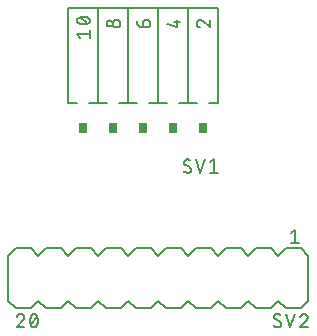
<source format=gbr>
G04 EAGLE Gerber RS-274X export*
G75*
%MOMM*%
%FSLAX34Y34*%
%LPD*%
%INSilkscreen Top*%
%IPPOS*%
%AMOC8*
5,1,8,0,0,1.08239X$1,22.5*%
G01*
%ADD10C,0.152400*%
%ADD11C,0.127000*%
%ADD12R,0.660400X0.812800*%


D10*
X203200Y224790D02*
X195580Y224790D01*
X185420Y224790D02*
X177800Y224790D01*
X177800Y304800D01*
X177800Y224790D02*
X170180Y224790D01*
X160020Y224790D02*
X152400Y224790D01*
X152400Y304800D01*
X177800Y304800D01*
X203200Y304800D02*
X203200Y224790D01*
X203200Y304800D02*
X177800Y304800D01*
X152400Y224790D02*
X144780Y224790D01*
X134620Y224790D02*
X127000Y224790D01*
X127000Y304800D02*
X152400Y304800D01*
X101600Y304800D02*
X101600Y224790D01*
X93980Y224790D01*
X83820Y224790D02*
X76200Y224790D01*
X76200Y304800D02*
X101600Y304800D01*
X127000Y304800D02*
X127000Y224790D01*
X109220Y224790D02*
X101600Y224790D01*
X119380Y224790D02*
X127000Y224790D01*
X127000Y304800D02*
X101600Y304800D01*
X76200Y304800D02*
X76200Y224790D01*
D11*
X85725Y280035D02*
X83185Y283210D01*
X94615Y283210D01*
X94615Y280035D02*
X94615Y286385D01*
X88900Y291465D02*
X88675Y291468D01*
X88450Y291476D01*
X88226Y291489D01*
X88002Y291508D01*
X87778Y291532D01*
X87555Y291561D01*
X87333Y291596D01*
X87112Y291636D01*
X86892Y291682D01*
X86673Y291732D01*
X86455Y291788D01*
X86238Y291849D01*
X86023Y291915D01*
X85810Y291986D01*
X85599Y292063D01*
X85389Y292144D01*
X85181Y292230D01*
X84976Y292321D01*
X84773Y292417D01*
X84685Y292449D01*
X84598Y292485D01*
X84512Y292524D01*
X84428Y292567D01*
X84346Y292613D01*
X84266Y292662D01*
X84188Y292714D01*
X84112Y292770D01*
X84038Y292828D01*
X83967Y292890D01*
X83898Y292954D01*
X83832Y293021D01*
X83769Y293090D01*
X83708Y293162D01*
X83650Y293236D01*
X83596Y293313D01*
X83544Y293391D01*
X83496Y293472D01*
X83451Y293554D01*
X83409Y293639D01*
X83371Y293725D01*
X83336Y293812D01*
X83304Y293900D01*
X83277Y293990D01*
X83252Y294081D01*
X83232Y294173D01*
X83215Y294265D01*
X83202Y294359D01*
X83193Y294452D01*
X83187Y294546D01*
X83185Y294640D01*
X83187Y294734D01*
X83193Y294828D01*
X83202Y294921D01*
X83215Y295015D01*
X83232Y295107D01*
X83252Y295199D01*
X83277Y295290D01*
X83304Y295380D01*
X83336Y295468D01*
X83371Y295555D01*
X83409Y295641D01*
X83451Y295726D01*
X83496Y295808D01*
X83544Y295889D01*
X83596Y295967D01*
X83650Y296044D01*
X83708Y296118D01*
X83769Y296190D01*
X83832Y296259D01*
X83898Y296326D01*
X83967Y296390D01*
X84038Y296452D01*
X84112Y296510D01*
X84188Y296566D01*
X84266Y296618D01*
X84346Y296667D01*
X84428Y296713D01*
X84512Y296756D01*
X84598Y296795D01*
X84685Y296831D01*
X84773Y296863D01*
X84976Y296959D01*
X85181Y297050D01*
X85389Y297136D01*
X85599Y297217D01*
X85810Y297294D01*
X86023Y297365D01*
X86238Y297431D01*
X86455Y297492D01*
X86673Y297548D01*
X86892Y297598D01*
X87112Y297644D01*
X87333Y297684D01*
X87555Y297719D01*
X87778Y297748D01*
X88002Y297772D01*
X88226Y297791D01*
X88450Y297804D01*
X88675Y297812D01*
X88900Y297815D01*
X88900Y291465D02*
X89125Y291468D01*
X89350Y291476D01*
X89574Y291489D01*
X89798Y291508D01*
X90022Y291532D01*
X90245Y291561D01*
X90467Y291596D01*
X90688Y291636D01*
X90908Y291682D01*
X91127Y291732D01*
X91345Y291788D01*
X91562Y291849D01*
X91777Y291915D01*
X91990Y291986D01*
X92201Y292063D01*
X92411Y292144D01*
X92619Y292230D01*
X92824Y292321D01*
X93027Y292417D01*
X93028Y292417D02*
X93116Y292449D01*
X93203Y292485D01*
X93289Y292524D01*
X93373Y292567D01*
X93455Y292613D01*
X93535Y292662D01*
X93613Y292714D01*
X93689Y292770D01*
X93763Y292828D01*
X93834Y292890D01*
X93903Y292954D01*
X93969Y293021D01*
X94032Y293090D01*
X94093Y293162D01*
X94151Y293236D01*
X94205Y293313D01*
X94257Y293391D01*
X94305Y293472D01*
X94350Y293554D01*
X94392Y293639D01*
X94430Y293725D01*
X94465Y293812D01*
X94497Y293900D01*
X94524Y293990D01*
X94549Y294081D01*
X94569Y294173D01*
X94586Y294265D01*
X94599Y294359D01*
X94608Y294452D01*
X94614Y294546D01*
X94616Y294640D01*
X93027Y296863D02*
X92824Y296959D01*
X92619Y297050D01*
X92411Y297136D01*
X92201Y297217D01*
X91990Y297294D01*
X91777Y297365D01*
X91562Y297431D01*
X91345Y297492D01*
X91127Y297548D01*
X90908Y297598D01*
X90688Y297644D01*
X90467Y297684D01*
X90245Y297719D01*
X90022Y297748D01*
X89798Y297772D01*
X89574Y297791D01*
X89350Y297804D01*
X89125Y297812D01*
X88900Y297815D01*
X93028Y296863D02*
X93116Y296831D01*
X93203Y296795D01*
X93289Y296756D01*
X93373Y296713D01*
X93455Y296667D01*
X93535Y296618D01*
X93613Y296566D01*
X93689Y296510D01*
X93763Y296452D01*
X93834Y296390D01*
X93903Y296326D01*
X93969Y296259D01*
X94032Y296190D01*
X94093Y296118D01*
X94151Y296044D01*
X94205Y295967D01*
X94257Y295889D01*
X94305Y295808D01*
X94350Y295726D01*
X94392Y295641D01*
X94430Y295555D01*
X94465Y295468D01*
X94497Y295380D01*
X94524Y295290D01*
X94549Y295199D01*
X94569Y295107D01*
X94586Y295015D01*
X94599Y294921D01*
X94608Y294828D01*
X94614Y294734D01*
X94616Y294640D01*
X92075Y292100D02*
X85725Y297180D01*
X116840Y295275D02*
X116729Y295273D01*
X116619Y295267D01*
X116508Y295258D01*
X116398Y295244D01*
X116289Y295227D01*
X116180Y295206D01*
X116072Y295181D01*
X115965Y295152D01*
X115859Y295120D01*
X115754Y295084D01*
X115651Y295044D01*
X115549Y295001D01*
X115448Y294954D01*
X115349Y294903D01*
X115253Y294850D01*
X115158Y294793D01*
X115065Y294732D01*
X114974Y294669D01*
X114885Y294602D01*
X114799Y294532D01*
X114716Y294459D01*
X114634Y294384D01*
X114556Y294306D01*
X114481Y294224D01*
X114408Y294141D01*
X114338Y294055D01*
X114271Y293966D01*
X114208Y293875D01*
X114147Y293782D01*
X114090Y293688D01*
X114037Y293591D01*
X113986Y293492D01*
X113939Y293391D01*
X113896Y293289D01*
X113856Y293186D01*
X113820Y293081D01*
X113788Y292975D01*
X113759Y292868D01*
X113734Y292760D01*
X113713Y292651D01*
X113696Y292542D01*
X113682Y292432D01*
X113673Y292321D01*
X113667Y292211D01*
X113665Y292100D01*
X113667Y291989D01*
X113673Y291879D01*
X113682Y291768D01*
X113696Y291658D01*
X113713Y291549D01*
X113734Y291440D01*
X113759Y291332D01*
X113788Y291225D01*
X113820Y291119D01*
X113856Y291014D01*
X113896Y290911D01*
X113939Y290809D01*
X113986Y290708D01*
X114037Y290609D01*
X114090Y290513D01*
X114147Y290418D01*
X114208Y290325D01*
X114271Y290234D01*
X114338Y290145D01*
X114408Y290059D01*
X114481Y289976D01*
X114556Y289894D01*
X114634Y289816D01*
X114716Y289741D01*
X114799Y289668D01*
X114885Y289598D01*
X114974Y289531D01*
X115065Y289468D01*
X115158Y289407D01*
X115253Y289350D01*
X115349Y289297D01*
X115448Y289246D01*
X115549Y289199D01*
X115651Y289156D01*
X115754Y289116D01*
X115859Y289080D01*
X115965Y289048D01*
X116072Y289019D01*
X116180Y288994D01*
X116289Y288973D01*
X116398Y288956D01*
X116508Y288942D01*
X116619Y288933D01*
X116729Y288927D01*
X116840Y288925D01*
X116951Y288927D01*
X117061Y288933D01*
X117172Y288942D01*
X117282Y288956D01*
X117391Y288973D01*
X117500Y288994D01*
X117608Y289019D01*
X117715Y289048D01*
X117821Y289080D01*
X117926Y289116D01*
X118029Y289156D01*
X118131Y289199D01*
X118232Y289246D01*
X118331Y289297D01*
X118427Y289350D01*
X118522Y289407D01*
X118615Y289468D01*
X118706Y289531D01*
X118795Y289598D01*
X118881Y289668D01*
X118964Y289741D01*
X119046Y289816D01*
X119124Y289894D01*
X119199Y289976D01*
X119272Y290059D01*
X119342Y290145D01*
X119409Y290234D01*
X119472Y290325D01*
X119533Y290418D01*
X119590Y290512D01*
X119643Y290609D01*
X119694Y290708D01*
X119741Y290809D01*
X119784Y290911D01*
X119824Y291014D01*
X119860Y291119D01*
X119892Y291225D01*
X119921Y291332D01*
X119946Y291440D01*
X119967Y291549D01*
X119984Y291658D01*
X119998Y291768D01*
X120007Y291879D01*
X120013Y291989D01*
X120015Y292100D01*
X120013Y292211D01*
X120007Y292321D01*
X119998Y292432D01*
X119984Y292542D01*
X119967Y292651D01*
X119946Y292760D01*
X119921Y292868D01*
X119892Y292975D01*
X119860Y293081D01*
X119824Y293186D01*
X119784Y293289D01*
X119741Y293391D01*
X119694Y293492D01*
X119643Y293591D01*
X119590Y293687D01*
X119533Y293782D01*
X119472Y293875D01*
X119409Y293966D01*
X119342Y294055D01*
X119272Y294141D01*
X119199Y294224D01*
X119124Y294306D01*
X119046Y294384D01*
X118964Y294459D01*
X118881Y294532D01*
X118795Y294602D01*
X118706Y294669D01*
X118615Y294732D01*
X118522Y294793D01*
X118428Y294850D01*
X118331Y294903D01*
X118232Y294954D01*
X118131Y295001D01*
X118029Y295044D01*
X117926Y295084D01*
X117821Y295120D01*
X117715Y295152D01*
X117608Y295181D01*
X117500Y295206D01*
X117391Y295227D01*
X117282Y295244D01*
X117172Y295258D01*
X117061Y295267D01*
X116951Y295273D01*
X116840Y295275D01*
X111125Y294640D02*
X111025Y294638D01*
X110926Y294632D01*
X110826Y294622D01*
X110728Y294609D01*
X110629Y294591D01*
X110532Y294570D01*
X110436Y294545D01*
X110340Y294516D01*
X110246Y294483D01*
X110153Y294447D01*
X110062Y294407D01*
X109972Y294363D01*
X109884Y294316D01*
X109798Y294266D01*
X109714Y294212D01*
X109632Y294155D01*
X109553Y294095D01*
X109475Y294031D01*
X109401Y293965D01*
X109329Y293896D01*
X109260Y293824D01*
X109194Y293750D01*
X109130Y293672D01*
X109070Y293593D01*
X109013Y293511D01*
X108959Y293427D01*
X108909Y293341D01*
X108862Y293253D01*
X108818Y293163D01*
X108778Y293072D01*
X108742Y292979D01*
X108709Y292885D01*
X108680Y292789D01*
X108655Y292693D01*
X108634Y292596D01*
X108616Y292497D01*
X108603Y292399D01*
X108593Y292299D01*
X108587Y292200D01*
X108585Y292100D01*
X108587Y292000D01*
X108593Y291901D01*
X108603Y291801D01*
X108616Y291703D01*
X108634Y291604D01*
X108655Y291507D01*
X108680Y291411D01*
X108709Y291315D01*
X108742Y291221D01*
X108778Y291128D01*
X108818Y291037D01*
X108862Y290947D01*
X108909Y290859D01*
X108959Y290773D01*
X109013Y290689D01*
X109070Y290607D01*
X109130Y290528D01*
X109194Y290450D01*
X109260Y290376D01*
X109329Y290304D01*
X109401Y290235D01*
X109475Y290169D01*
X109553Y290105D01*
X109632Y290045D01*
X109714Y289988D01*
X109798Y289934D01*
X109884Y289884D01*
X109972Y289837D01*
X110062Y289793D01*
X110153Y289753D01*
X110246Y289717D01*
X110340Y289684D01*
X110436Y289655D01*
X110532Y289630D01*
X110629Y289609D01*
X110728Y289591D01*
X110826Y289578D01*
X110926Y289568D01*
X111025Y289562D01*
X111125Y289560D01*
X111225Y289562D01*
X111324Y289568D01*
X111424Y289578D01*
X111522Y289591D01*
X111621Y289609D01*
X111718Y289630D01*
X111814Y289655D01*
X111910Y289684D01*
X112004Y289717D01*
X112097Y289753D01*
X112188Y289793D01*
X112278Y289837D01*
X112366Y289884D01*
X112452Y289934D01*
X112536Y289988D01*
X112618Y290045D01*
X112697Y290105D01*
X112775Y290169D01*
X112849Y290235D01*
X112921Y290304D01*
X112990Y290376D01*
X113056Y290450D01*
X113120Y290528D01*
X113180Y290607D01*
X113237Y290689D01*
X113291Y290773D01*
X113341Y290859D01*
X113388Y290947D01*
X113432Y291037D01*
X113472Y291128D01*
X113508Y291221D01*
X113541Y291315D01*
X113570Y291411D01*
X113595Y291507D01*
X113616Y291604D01*
X113634Y291703D01*
X113647Y291801D01*
X113657Y291901D01*
X113663Y292000D01*
X113665Y292100D01*
X113663Y292200D01*
X113657Y292299D01*
X113647Y292399D01*
X113634Y292497D01*
X113616Y292596D01*
X113595Y292693D01*
X113570Y292789D01*
X113541Y292885D01*
X113508Y292979D01*
X113472Y293072D01*
X113432Y293163D01*
X113388Y293253D01*
X113341Y293341D01*
X113291Y293427D01*
X113237Y293511D01*
X113180Y293593D01*
X113120Y293672D01*
X113056Y293750D01*
X112990Y293824D01*
X112921Y293896D01*
X112849Y293965D01*
X112775Y294031D01*
X112697Y294095D01*
X112618Y294155D01*
X112536Y294212D01*
X112452Y294266D01*
X112366Y294316D01*
X112278Y294363D01*
X112188Y294407D01*
X112097Y294447D01*
X112004Y294483D01*
X111910Y294516D01*
X111814Y294545D01*
X111718Y294570D01*
X111621Y294591D01*
X111522Y294609D01*
X111424Y294622D01*
X111324Y294632D01*
X111225Y294638D01*
X111125Y294640D01*
X139065Y292735D02*
X139065Y288925D01*
X139065Y292735D02*
X139067Y292835D01*
X139073Y292934D01*
X139083Y293034D01*
X139096Y293132D01*
X139114Y293231D01*
X139135Y293328D01*
X139160Y293424D01*
X139189Y293520D01*
X139222Y293614D01*
X139258Y293707D01*
X139298Y293798D01*
X139342Y293888D01*
X139389Y293976D01*
X139439Y294062D01*
X139493Y294146D01*
X139550Y294228D01*
X139610Y294307D01*
X139674Y294385D01*
X139740Y294459D01*
X139809Y294531D01*
X139881Y294600D01*
X139955Y294666D01*
X140033Y294730D01*
X140112Y294790D01*
X140194Y294847D01*
X140278Y294901D01*
X140364Y294951D01*
X140452Y294998D01*
X140542Y295042D01*
X140633Y295082D01*
X140726Y295118D01*
X140820Y295151D01*
X140916Y295180D01*
X141012Y295205D01*
X141109Y295226D01*
X141208Y295244D01*
X141306Y295257D01*
X141406Y295267D01*
X141505Y295273D01*
X141605Y295275D01*
X142240Y295275D01*
X142351Y295273D01*
X142461Y295267D01*
X142572Y295258D01*
X142682Y295244D01*
X142791Y295227D01*
X142900Y295206D01*
X143008Y295181D01*
X143115Y295152D01*
X143221Y295120D01*
X143326Y295084D01*
X143429Y295044D01*
X143531Y295001D01*
X143632Y294954D01*
X143731Y294903D01*
X143828Y294850D01*
X143922Y294793D01*
X144015Y294732D01*
X144106Y294669D01*
X144195Y294602D01*
X144281Y294532D01*
X144364Y294459D01*
X144446Y294384D01*
X144524Y294306D01*
X144599Y294224D01*
X144672Y294141D01*
X144742Y294055D01*
X144809Y293966D01*
X144872Y293875D01*
X144933Y293782D01*
X144990Y293687D01*
X145043Y293591D01*
X145094Y293492D01*
X145141Y293391D01*
X145184Y293289D01*
X145224Y293186D01*
X145260Y293081D01*
X145292Y292975D01*
X145321Y292868D01*
X145346Y292760D01*
X145367Y292651D01*
X145384Y292542D01*
X145398Y292432D01*
X145407Y292321D01*
X145413Y292211D01*
X145415Y292100D01*
X145413Y291989D01*
X145407Y291879D01*
X145398Y291768D01*
X145384Y291658D01*
X145367Y291549D01*
X145346Y291440D01*
X145321Y291332D01*
X145292Y291225D01*
X145260Y291119D01*
X145224Y291014D01*
X145184Y290911D01*
X145141Y290809D01*
X145094Y290708D01*
X145043Y290609D01*
X144990Y290512D01*
X144933Y290418D01*
X144872Y290325D01*
X144809Y290234D01*
X144742Y290145D01*
X144672Y290059D01*
X144599Y289976D01*
X144524Y289894D01*
X144446Y289816D01*
X144364Y289741D01*
X144281Y289668D01*
X144195Y289598D01*
X144106Y289531D01*
X144015Y289468D01*
X143922Y289407D01*
X143827Y289350D01*
X143731Y289297D01*
X143632Y289246D01*
X143531Y289199D01*
X143429Y289156D01*
X143326Y289116D01*
X143221Y289080D01*
X143115Y289048D01*
X143008Y289019D01*
X142900Y288994D01*
X142791Y288973D01*
X142682Y288956D01*
X142572Y288942D01*
X142461Y288933D01*
X142351Y288927D01*
X142240Y288925D01*
X139065Y288925D01*
X138925Y288927D01*
X138785Y288933D01*
X138645Y288942D01*
X138506Y288956D01*
X138367Y288973D01*
X138229Y288994D01*
X138091Y289019D01*
X137954Y289048D01*
X137818Y289080D01*
X137683Y289117D01*
X137549Y289157D01*
X137416Y289200D01*
X137284Y289248D01*
X137153Y289298D01*
X137024Y289353D01*
X136897Y289411D01*
X136771Y289472D01*
X136647Y289537D01*
X136525Y289606D01*
X136405Y289677D01*
X136287Y289752D01*
X136170Y289830D01*
X136056Y289912D01*
X135945Y289996D01*
X135836Y290084D01*
X135729Y290174D01*
X135624Y290268D01*
X135523Y290364D01*
X135424Y290463D01*
X135328Y290564D01*
X135234Y290669D01*
X135144Y290776D01*
X135056Y290885D01*
X134972Y290996D01*
X134890Y291110D01*
X134812Y291227D01*
X134737Y291345D01*
X134666Y291465D01*
X134597Y291587D01*
X134532Y291711D01*
X134471Y291837D01*
X134413Y291964D01*
X134358Y292093D01*
X134308Y292224D01*
X134260Y292356D01*
X134217Y292489D01*
X134177Y292623D01*
X134140Y292758D01*
X134108Y292894D01*
X134079Y293031D01*
X134054Y293169D01*
X134033Y293307D01*
X134016Y293446D01*
X134002Y293585D01*
X133993Y293725D01*
X133987Y293865D01*
X133985Y294005D01*
X159385Y291465D02*
X168275Y288925D01*
X168275Y295275D01*
X165735Y293370D02*
X170815Y293370D01*
X184785Y292418D02*
X184787Y292522D01*
X184793Y292627D01*
X184802Y292731D01*
X184815Y292834D01*
X184833Y292937D01*
X184853Y293039D01*
X184878Y293141D01*
X184906Y293241D01*
X184938Y293341D01*
X184974Y293439D01*
X185013Y293536D01*
X185055Y293631D01*
X185101Y293725D01*
X185151Y293817D01*
X185203Y293907D01*
X185259Y293995D01*
X185319Y294081D01*
X185381Y294165D01*
X185446Y294246D01*
X185514Y294325D01*
X185586Y294402D01*
X185659Y294475D01*
X185736Y294547D01*
X185815Y294615D01*
X185896Y294680D01*
X185980Y294742D01*
X186066Y294802D01*
X186154Y294858D01*
X186244Y294910D01*
X186336Y294960D01*
X186430Y295006D01*
X186525Y295048D01*
X186622Y295087D01*
X186720Y295123D01*
X186820Y295155D01*
X186920Y295183D01*
X187022Y295208D01*
X187124Y295228D01*
X187227Y295246D01*
X187330Y295259D01*
X187434Y295268D01*
X187539Y295274D01*
X187643Y295276D01*
X184785Y292418D02*
X184787Y292300D01*
X184793Y292181D01*
X184802Y292063D01*
X184815Y291946D01*
X184833Y291829D01*
X184853Y291712D01*
X184878Y291596D01*
X184906Y291481D01*
X184939Y291368D01*
X184974Y291255D01*
X185014Y291143D01*
X185056Y291033D01*
X185103Y290924D01*
X185153Y290816D01*
X185206Y290711D01*
X185263Y290607D01*
X185323Y290505D01*
X185386Y290405D01*
X185453Y290307D01*
X185522Y290211D01*
X185595Y290118D01*
X185671Y290027D01*
X185749Y289938D01*
X185831Y289852D01*
X185915Y289769D01*
X186001Y289688D01*
X186091Y289611D01*
X186182Y289536D01*
X186276Y289464D01*
X186373Y289395D01*
X186471Y289330D01*
X186572Y289267D01*
X186675Y289208D01*
X186779Y289152D01*
X186885Y289100D01*
X186993Y289051D01*
X187102Y289006D01*
X187213Y288964D01*
X187325Y288926D01*
X189865Y294323D02*
X189790Y294399D01*
X189711Y294474D01*
X189630Y294545D01*
X189546Y294614D01*
X189460Y294679D01*
X189372Y294741D01*
X189282Y294801D01*
X189190Y294857D01*
X189095Y294910D01*
X188999Y294959D01*
X188901Y295005D01*
X188802Y295048D01*
X188701Y295087D01*
X188599Y295122D01*
X188496Y295154D01*
X188392Y295182D01*
X188287Y295207D01*
X188180Y295228D01*
X188074Y295245D01*
X187967Y295258D01*
X187859Y295267D01*
X187751Y295273D01*
X187643Y295275D01*
X189865Y294323D02*
X196215Y288925D01*
X196215Y295275D01*
D12*
X88900Y203200D03*
X114300Y203200D03*
X139700Y203200D03*
X165100Y203200D03*
X190500Y203200D03*
D11*
X180086Y168275D02*
X180084Y168175D01*
X180078Y168076D01*
X180068Y167976D01*
X180055Y167878D01*
X180037Y167779D01*
X180016Y167682D01*
X179991Y167586D01*
X179962Y167490D01*
X179929Y167396D01*
X179893Y167303D01*
X179853Y167212D01*
X179809Y167122D01*
X179762Y167034D01*
X179712Y166948D01*
X179658Y166864D01*
X179601Y166782D01*
X179541Y166703D01*
X179477Y166625D01*
X179411Y166551D01*
X179342Y166479D01*
X179270Y166410D01*
X179196Y166344D01*
X179118Y166280D01*
X179039Y166220D01*
X178957Y166163D01*
X178873Y166109D01*
X178787Y166059D01*
X178699Y166012D01*
X178609Y165968D01*
X178518Y165928D01*
X178425Y165892D01*
X178331Y165859D01*
X178235Y165830D01*
X178139Y165805D01*
X178042Y165784D01*
X177943Y165766D01*
X177845Y165753D01*
X177745Y165743D01*
X177646Y165737D01*
X177546Y165735D01*
X177405Y165737D01*
X177264Y165742D01*
X177123Y165752D01*
X176982Y165765D01*
X176842Y165781D01*
X176702Y165802D01*
X176563Y165826D01*
X176424Y165854D01*
X176287Y165885D01*
X176150Y165920D01*
X176014Y165958D01*
X175879Y166000D01*
X175746Y166046D01*
X175613Y166095D01*
X175482Y166148D01*
X175353Y166204D01*
X175224Y166263D01*
X175098Y166326D01*
X174973Y166392D01*
X174850Y166461D01*
X174729Y166534D01*
X174610Y166610D01*
X174492Y166689D01*
X174377Y166770D01*
X174265Y166855D01*
X174154Y166943D01*
X174046Y167034D01*
X173940Y167127D01*
X173837Y167224D01*
X173736Y167323D01*
X174054Y174625D02*
X174056Y174725D01*
X174062Y174824D01*
X174072Y174924D01*
X174085Y175022D01*
X174103Y175121D01*
X174124Y175218D01*
X174149Y175314D01*
X174178Y175410D01*
X174211Y175504D01*
X174247Y175597D01*
X174287Y175688D01*
X174331Y175778D01*
X174378Y175866D01*
X174428Y175952D01*
X174482Y176036D01*
X174539Y176118D01*
X174599Y176197D01*
X174663Y176275D01*
X174729Y176349D01*
X174798Y176421D01*
X174870Y176490D01*
X174944Y176556D01*
X175022Y176620D01*
X175101Y176680D01*
X175183Y176737D01*
X175267Y176791D01*
X175353Y176841D01*
X175441Y176888D01*
X175531Y176932D01*
X175622Y176972D01*
X175715Y177008D01*
X175809Y177041D01*
X175905Y177070D01*
X176001Y177095D01*
X176098Y177116D01*
X176197Y177134D01*
X176295Y177147D01*
X176395Y177157D01*
X176494Y177163D01*
X176594Y177165D01*
X176594Y177166D02*
X176727Y177164D01*
X176860Y177159D01*
X176993Y177149D01*
X177126Y177136D01*
X177258Y177119D01*
X177390Y177099D01*
X177521Y177075D01*
X177651Y177047D01*
X177781Y177016D01*
X177909Y176981D01*
X178037Y176942D01*
X178163Y176900D01*
X178288Y176854D01*
X178412Y176805D01*
X178535Y176753D01*
X178656Y176697D01*
X178775Y176637D01*
X178893Y176575D01*
X179008Y176509D01*
X179122Y176440D01*
X179234Y176367D01*
X179344Y176292D01*
X179452Y176213D01*
X175323Y172402D02*
X175239Y172454D01*
X175156Y172509D01*
X175076Y172568D01*
X174998Y172629D01*
X174923Y172693D01*
X174850Y172761D01*
X174779Y172831D01*
X174712Y172903D01*
X174647Y172978D01*
X174585Y173056D01*
X174526Y173136D01*
X174470Y173218D01*
X174418Y173302D01*
X174369Y173388D01*
X174323Y173476D01*
X174280Y173566D01*
X174241Y173657D01*
X174206Y173750D01*
X174174Y173844D01*
X174146Y173939D01*
X174121Y174035D01*
X174101Y174132D01*
X174083Y174230D01*
X174070Y174328D01*
X174061Y174427D01*
X174055Y174526D01*
X174053Y174625D01*
X178816Y170498D02*
X178900Y170446D01*
X178983Y170391D01*
X179063Y170332D01*
X179141Y170271D01*
X179216Y170207D01*
X179289Y170139D01*
X179360Y170069D01*
X179427Y169997D01*
X179492Y169922D01*
X179554Y169844D01*
X179613Y169764D01*
X179669Y169682D01*
X179721Y169598D01*
X179770Y169512D01*
X179816Y169424D01*
X179859Y169334D01*
X179898Y169243D01*
X179933Y169150D01*
X179965Y169056D01*
X179993Y168961D01*
X180018Y168865D01*
X180038Y168768D01*
X180056Y168670D01*
X180069Y168572D01*
X180078Y168473D01*
X180084Y168374D01*
X180086Y168275D01*
X178816Y170498D02*
X175324Y172403D01*
X184150Y177165D02*
X187960Y165735D01*
X191770Y177165D01*
X196215Y174625D02*
X199390Y177165D01*
X199390Y165735D01*
X196215Y165735D02*
X202565Y165735D01*
D10*
X260350Y50800D02*
X273050Y50800D01*
X260350Y50800D02*
X254000Y57150D01*
X247650Y50800D01*
X234950Y50800D01*
X228600Y57150D01*
X273050Y50800D02*
X279400Y57150D01*
X228600Y57150D02*
X222250Y50800D01*
X209550Y50800D01*
X203200Y57150D01*
X196850Y50800D02*
X184150Y50800D01*
X177800Y57150D01*
X171450Y50800D01*
X158750Y50800D01*
X152400Y57150D01*
X196850Y50800D02*
X203200Y57150D01*
X152400Y57150D02*
X146050Y50800D01*
X133350Y50800D01*
X127000Y57150D01*
X254000Y95250D02*
X260350Y101600D01*
X234950Y101600D02*
X228600Y95250D01*
X234950Y101600D02*
X247650Y101600D01*
X254000Y95250D01*
X279400Y95250D02*
X279400Y57150D01*
X279400Y95250D02*
X273050Y101600D01*
X260350Y101600D01*
X209550Y101600D02*
X203200Y95250D01*
X209550Y101600D02*
X222250Y101600D01*
X228600Y95250D01*
X184150Y101600D02*
X177800Y95250D01*
X158750Y101600D02*
X152400Y95250D01*
X158750Y101600D02*
X171450Y101600D01*
X177800Y95250D01*
X196850Y101600D02*
X203200Y95250D01*
X196850Y101600D02*
X184150Y101600D01*
X133350Y101600D02*
X127000Y95250D01*
X133350Y101600D02*
X146050Y101600D01*
X152400Y95250D01*
X120650Y50800D02*
X107950Y50800D01*
X101600Y57150D01*
X95250Y50800D01*
X31750Y50800D02*
X25400Y57150D01*
X120650Y50800D02*
X127000Y57150D01*
X25400Y57150D02*
X25400Y95250D01*
X101600Y95250D02*
X107950Y101600D01*
X31750Y101600D02*
X25400Y95250D01*
X95250Y101600D02*
X101600Y95250D01*
X120650Y101600D02*
X127000Y95250D01*
X120650Y101600D02*
X107950Y101600D01*
X95250Y101600D02*
X82550Y101600D01*
X76200Y95250D01*
X69850Y101600D01*
X57150Y101600D01*
X50800Y95250D01*
X44450Y101600D01*
X31750Y101600D01*
X82550Y50800D02*
X95250Y50800D01*
X82550Y50800D02*
X76200Y57150D01*
X69850Y50800D01*
X57150Y50800D01*
X50800Y57150D01*
X44450Y50800D01*
X31750Y50800D01*
D11*
X264795Y114935D02*
X267970Y117475D01*
X267970Y106045D01*
X264795Y106045D02*
X271145Y106045D01*
X38736Y43498D02*
X38734Y43602D01*
X38728Y43707D01*
X38719Y43811D01*
X38706Y43914D01*
X38688Y44017D01*
X38668Y44119D01*
X38643Y44221D01*
X38615Y44321D01*
X38583Y44421D01*
X38547Y44519D01*
X38508Y44616D01*
X38466Y44711D01*
X38420Y44805D01*
X38370Y44897D01*
X38318Y44987D01*
X38262Y45075D01*
X38202Y45161D01*
X38140Y45245D01*
X38075Y45326D01*
X38007Y45405D01*
X37935Y45482D01*
X37862Y45555D01*
X37785Y45627D01*
X37706Y45695D01*
X37625Y45760D01*
X37541Y45822D01*
X37455Y45882D01*
X37367Y45938D01*
X37277Y45990D01*
X37185Y46040D01*
X37091Y46086D01*
X36996Y46128D01*
X36899Y46167D01*
X36801Y46203D01*
X36701Y46235D01*
X36601Y46263D01*
X36499Y46288D01*
X36397Y46308D01*
X36294Y46326D01*
X36191Y46339D01*
X36087Y46348D01*
X35982Y46354D01*
X35878Y46356D01*
X35878Y46355D02*
X35760Y46353D01*
X35641Y46347D01*
X35523Y46338D01*
X35406Y46325D01*
X35289Y46307D01*
X35172Y46287D01*
X35056Y46262D01*
X34941Y46234D01*
X34828Y46201D01*
X34715Y46166D01*
X34603Y46126D01*
X34493Y46084D01*
X34384Y46037D01*
X34276Y45987D01*
X34171Y45934D01*
X34067Y45877D01*
X33965Y45817D01*
X33865Y45754D01*
X33767Y45687D01*
X33671Y45618D01*
X33578Y45545D01*
X33487Y45469D01*
X33398Y45391D01*
X33312Y45309D01*
X33229Y45225D01*
X33148Y45139D01*
X33071Y45049D01*
X32996Y44958D01*
X32924Y44864D01*
X32855Y44767D01*
X32790Y44669D01*
X32727Y44568D01*
X32668Y44465D01*
X32612Y44361D01*
X32560Y44255D01*
X32511Y44147D01*
X32466Y44038D01*
X32424Y43927D01*
X32386Y43815D01*
X37783Y41276D02*
X37859Y41351D01*
X37934Y41430D01*
X38005Y41511D01*
X38074Y41595D01*
X38139Y41681D01*
X38201Y41769D01*
X38261Y41859D01*
X38317Y41951D01*
X38370Y42046D01*
X38419Y42142D01*
X38465Y42240D01*
X38508Y42339D01*
X38547Y42440D01*
X38582Y42542D01*
X38614Y42645D01*
X38642Y42749D01*
X38667Y42854D01*
X38688Y42961D01*
X38705Y43067D01*
X38718Y43174D01*
X38727Y43282D01*
X38733Y43390D01*
X38735Y43498D01*
X37783Y41275D02*
X32385Y34925D01*
X38735Y34925D01*
X43815Y40640D02*
X43818Y40865D01*
X43826Y41090D01*
X43839Y41314D01*
X43858Y41538D01*
X43882Y41762D01*
X43911Y41985D01*
X43946Y42207D01*
X43986Y42428D01*
X44032Y42648D01*
X44082Y42867D01*
X44138Y43085D01*
X44199Y43302D01*
X44265Y43517D01*
X44336Y43730D01*
X44413Y43941D01*
X44494Y44151D01*
X44580Y44359D01*
X44671Y44564D01*
X44767Y44767D01*
X44767Y44768D02*
X44799Y44856D01*
X44835Y44943D01*
X44874Y45029D01*
X44917Y45113D01*
X44963Y45195D01*
X45012Y45275D01*
X45064Y45353D01*
X45120Y45429D01*
X45178Y45503D01*
X45240Y45574D01*
X45304Y45643D01*
X45371Y45709D01*
X45440Y45772D01*
X45512Y45833D01*
X45586Y45891D01*
X45663Y45945D01*
X45741Y45997D01*
X45822Y46045D01*
X45904Y46090D01*
X45989Y46132D01*
X46075Y46170D01*
X46162Y46205D01*
X46250Y46237D01*
X46340Y46264D01*
X46431Y46289D01*
X46523Y46309D01*
X46615Y46326D01*
X46709Y46339D01*
X46802Y46348D01*
X46896Y46354D01*
X46990Y46356D01*
X47084Y46354D01*
X47178Y46348D01*
X47271Y46339D01*
X47365Y46326D01*
X47457Y46309D01*
X47549Y46289D01*
X47640Y46264D01*
X47730Y46237D01*
X47818Y46205D01*
X47905Y46170D01*
X47991Y46132D01*
X48076Y46090D01*
X48158Y46045D01*
X48239Y45997D01*
X48317Y45945D01*
X48394Y45891D01*
X48468Y45833D01*
X48540Y45772D01*
X48609Y45709D01*
X48676Y45643D01*
X48740Y45574D01*
X48802Y45503D01*
X48860Y45429D01*
X48916Y45353D01*
X48968Y45275D01*
X49017Y45195D01*
X49063Y45113D01*
X49106Y45029D01*
X49145Y44943D01*
X49181Y44856D01*
X49213Y44768D01*
X49213Y44767D02*
X49309Y44564D01*
X49400Y44359D01*
X49486Y44151D01*
X49567Y43941D01*
X49644Y43730D01*
X49715Y43517D01*
X49781Y43302D01*
X49842Y43085D01*
X49898Y42867D01*
X49948Y42648D01*
X49994Y42428D01*
X50034Y42207D01*
X50069Y41985D01*
X50098Y41762D01*
X50122Y41538D01*
X50141Y41314D01*
X50154Y41090D01*
X50162Y40865D01*
X50165Y40640D01*
X43815Y40640D02*
X43818Y40415D01*
X43826Y40190D01*
X43839Y39966D01*
X43858Y39742D01*
X43882Y39518D01*
X43911Y39295D01*
X43946Y39073D01*
X43986Y38852D01*
X44032Y38632D01*
X44082Y38413D01*
X44138Y38195D01*
X44199Y37978D01*
X44265Y37763D01*
X44336Y37550D01*
X44413Y37339D01*
X44494Y37129D01*
X44580Y36921D01*
X44671Y36716D01*
X44767Y36513D01*
X44799Y36425D01*
X44835Y36338D01*
X44874Y36252D01*
X44917Y36168D01*
X44963Y36086D01*
X45012Y36006D01*
X45064Y35928D01*
X45120Y35852D01*
X45178Y35778D01*
X45240Y35707D01*
X45304Y35638D01*
X45371Y35572D01*
X45440Y35509D01*
X45512Y35448D01*
X45586Y35390D01*
X45663Y35336D01*
X45741Y35284D01*
X45822Y35236D01*
X45904Y35191D01*
X45989Y35149D01*
X46075Y35111D01*
X46162Y35076D01*
X46250Y35044D01*
X46340Y35017D01*
X46431Y34992D01*
X46523Y34972D01*
X46615Y34955D01*
X46709Y34942D01*
X46802Y34933D01*
X46896Y34927D01*
X46990Y34925D01*
X49213Y36513D02*
X49309Y36716D01*
X49400Y36921D01*
X49486Y37129D01*
X49567Y37339D01*
X49644Y37550D01*
X49715Y37763D01*
X49781Y37978D01*
X49842Y38195D01*
X49898Y38413D01*
X49948Y38632D01*
X49994Y38852D01*
X50034Y39073D01*
X50069Y39295D01*
X50098Y39518D01*
X50122Y39742D01*
X50141Y39966D01*
X50154Y40190D01*
X50162Y40415D01*
X50165Y40640D01*
X49213Y36513D02*
X49181Y36425D01*
X49145Y36338D01*
X49106Y36252D01*
X49063Y36168D01*
X49017Y36086D01*
X48968Y36006D01*
X48916Y35928D01*
X48860Y35852D01*
X48802Y35778D01*
X48740Y35707D01*
X48676Y35638D01*
X48609Y35572D01*
X48540Y35509D01*
X48468Y35448D01*
X48394Y35390D01*
X48317Y35336D01*
X48239Y35284D01*
X48158Y35236D01*
X48076Y35191D01*
X47991Y35149D01*
X47905Y35111D01*
X47818Y35076D01*
X47730Y35044D01*
X47640Y35017D01*
X47549Y34992D01*
X47457Y34972D01*
X47365Y34955D01*
X47271Y34942D01*
X47178Y34933D01*
X47084Y34927D01*
X46990Y34925D01*
X44450Y37465D02*
X49530Y43815D01*
X253746Y34925D02*
X253846Y34927D01*
X253945Y34933D01*
X254045Y34943D01*
X254143Y34956D01*
X254242Y34974D01*
X254339Y34995D01*
X254435Y35020D01*
X254531Y35049D01*
X254625Y35082D01*
X254718Y35118D01*
X254809Y35158D01*
X254899Y35202D01*
X254987Y35249D01*
X255073Y35299D01*
X255157Y35353D01*
X255239Y35410D01*
X255318Y35470D01*
X255396Y35534D01*
X255470Y35600D01*
X255542Y35669D01*
X255611Y35741D01*
X255677Y35815D01*
X255741Y35893D01*
X255801Y35972D01*
X255858Y36054D01*
X255912Y36138D01*
X255962Y36224D01*
X256009Y36312D01*
X256053Y36402D01*
X256093Y36493D01*
X256129Y36586D01*
X256162Y36680D01*
X256191Y36776D01*
X256216Y36872D01*
X256237Y36969D01*
X256255Y37068D01*
X256268Y37166D01*
X256278Y37266D01*
X256284Y37365D01*
X256286Y37465D01*
X253746Y34925D02*
X253605Y34927D01*
X253464Y34932D01*
X253323Y34942D01*
X253182Y34955D01*
X253042Y34971D01*
X252902Y34992D01*
X252763Y35016D01*
X252624Y35044D01*
X252487Y35075D01*
X252350Y35110D01*
X252214Y35148D01*
X252079Y35190D01*
X251946Y35236D01*
X251813Y35285D01*
X251682Y35338D01*
X251553Y35394D01*
X251424Y35453D01*
X251298Y35516D01*
X251173Y35582D01*
X251050Y35651D01*
X250929Y35724D01*
X250810Y35800D01*
X250692Y35879D01*
X250577Y35960D01*
X250465Y36045D01*
X250354Y36133D01*
X250246Y36224D01*
X250140Y36317D01*
X250037Y36414D01*
X249936Y36513D01*
X250254Y43815D02*
X250256Y43915D01*
X250262Y44014D01*
X250272Y44114D01*
X250285Y44212D01*
X250303Y44311D01*
X250324Y44408D01*
X250349Y44504D01*
X250378Y44600D01*
X250411Y44694D01*
X250447Y44787D01*
X250487Y44878D01*
X250531Y44968D01*
X250578Y45056D01*
X250628Y45142D01*
X250682Y45226D01*
X250739Y45308D01*
X250799Y45387D01*
X250863Y45465D01*
X250929Y45539D01*
X250998Y45611D01*
X251070Y45680D01*
X251144Y45746D01*
X251222Y45810D01*
X251301Y45870D01*
X251383Y45927D01*
X251467Y45981D01*
X251553Y46031D01*
X251641Y46078D01*
X251731Y46122D01*
X251822Y46162D01*
X251915Y46198D01*
X252009Y46231D01*
X252105Y46260D01*
X252201Y46285D01*
X252298Y46306D01*
X252397Y46324D01*
X252495Y46337D01*
X252595Y46347D01*
X252694Y46353D01*
X252794Y46355D01*
X252794Y46356D02*
X252927Y46354D01*
X253060Y46349D01*
X253193Y46339D01*
X253326Y46326D01*
X253458Y46309D01*
X253590Y46289D01*
X253721Y46265D01*
X253851Y46237D01*
X253981Y46206D01*
X254109Y46171D01*
X254237Y46132D01*
X254363Y46090D01*
X254488Y46044D01*
X254612Y45995D01*
X254735Y45943D01*
X254856Y45887D01*
X254975Y45827D01*
X255093Y45765D01*
X255208Y45699D01*
X255322Y45630D01*
X255434Y45557D01*
X255544Y45482D01*
X255652Y45403D01*
X251523Y41592D02*
X251439Y41644D01*
X251356Y41699D01*
X251276Y41758D01*
X251198Y41819D01*
X251123Y41883D01*
X251050Y41951D01*
X250979Y42021D01*
X250912Y42093D01*
X250847Y42168D01*
X250785Y42246D01*
X250726Y42326D01*
X250670Y42408D01*
X250618Y42492D01*
X250569Y42578D01*
X250523Y42666D01*
X250480Y42756D01*
X250441Y42847D01*
X250406Y42940D01*
X250374Y43034D01*
X250346Y43129D01*
X250321Y43225D01*
X250301Y43322D01*
X250283Y43420D01*
X250270Y43518D01*
X250261Y43617D01*
X250255Y43716D01*
X250253Y43815D01*
X255016Y39688D02*
X255100Y39636D01*
X255183Y39581D01*
X255263Y39522D01*
X255341Y39461D01*
X255416Y39397D01*
X255489Y39329D01*
X255560Y39259D01*
X255627Y39187D01*
X255692Y39112D01*
X255754Y39034D01*
X255813Y38954D01*
X255869Y38872D01*
X255921Y38788D01*
X255970Y38702D01*
X256016Y38614D01*
X256059Y38524D01*
X256098Y38433D01*
X256133Y38340D01*
X256165Y38246D01*
X256193Y38151D01*
X256218Y38055D01*
X256238Y37958D01*
X256256Y37860D01*
X256269Y37762D01*
X256278Y37663D01*
X256284Y37564D01*
X256286Y37465D01*
X255016Y39688D02*
X251524Y41593D01*
X260350Y46355D02*
X264160Y34925D01*
X267970Y46355D01*
X275908Y46356D02*
X276012Y46354D01*
X276117Y46348D01*
X276221Y46339D01*
X276324Y46326D01*
X276427Y46308D01*
X276529Y46288D01*
X276631Y46263D01*
X276731Y46235D01*
X276831Y46203D01*
X276929Y46167D01*
X277026Y46128D01*
X277121Y46086D01*
X277215Y46040D01*
X277307Y45990D01*
X277397Y45938D01*
X277485Y45882D01*
X277571Y45822D01*
X277655Y45760D01*
X277736Y45695D01*
X277815Y45627D01*
X277892Y45555D01*
X277965Y45482D01*
X278037Y45405D01*
X278105Y45326D01*
X278170Y45245D01*
X278232Y45161D01*
X278292Y45075D01*
X278348Y44987D01*
X278400Y44897D01*
X278450Y44805D01*
X278496Y44711D01*
X278538Y44616D01*
X278577Y44519D01*
X278613Y44421D01*
X278645Y44321D01*
X278673Y44221D01*
X278698Y44119D01*
X278718Y44017D01*
X278736Y43914D01*
X278749Y43811D01*
X278758Y43707D01*
X278764Y43602D01*
X278766Y43498D01*
X275908Y46355D02*
X275790Y46353D01*
X275671Y46347D01*
X275553Y46338D01*
X275436Y46325D01*
X275319Y46307D01*
X275202Y46287D01*
X275086Y46262D01*
X274971Y46234D01*
X274858Y46201D01*
X274745Y46166D01*
X274633Y46126D01*
X274523Y46084D01*
X274414Y46037D01*
X274306Y45987D01*
X274201Y45934D01*
X274097Y45877D01*
X273995Y45817D01*
X273895Y45754D01*
X273797Y45687D01*
X273701Y45618D01*
X273608Y45545D01*
X273517Y45469D01*
X273428Y45391D01*
X273342Y45309D01*
X273259Y45225D01*
X273178Y45139D01*
X273101Y45049D01*
X273026Y44958D01*
X272954Y44864D01*
X272885Y44767D01*
X272820Y44669D01*
X272757Y44568D01*
X272698Y44465D01*
X272642Y44361D01*
X272590Y44255D01*
X272541Y44147D01*
X272496Y44038D01*
X272454Y43927D01*
X272416Y43815D01*
X277813Y41276D02*
X277889Y41351D01*
X277964Y41430D01*
X278035Y41511D01*
X278104Y41595D01*
X278169Y41681D01*
X278231Y41769D01*
X278291Y41859D01*
X278347Y41951D01*
X278400Y42046D01*
X278449Y42142D01*
X278495Y42240D01*
X278538Y42339D01*
X278577Y42440D01*
X278612Y42542D01*
X278644Y42645D01*
X278672Y42749D01*
X278697Y42854D01*
X278718Y42961D01*
X278735Y43067D01*
X278748Y43174D01*
X278757Y43282D01*
X278763Y43390D01*
X278765Y43498D01*
X277813Y41275D02*
X272415Y34925D01*
X278765Y34925D01*
M02*

</source>
